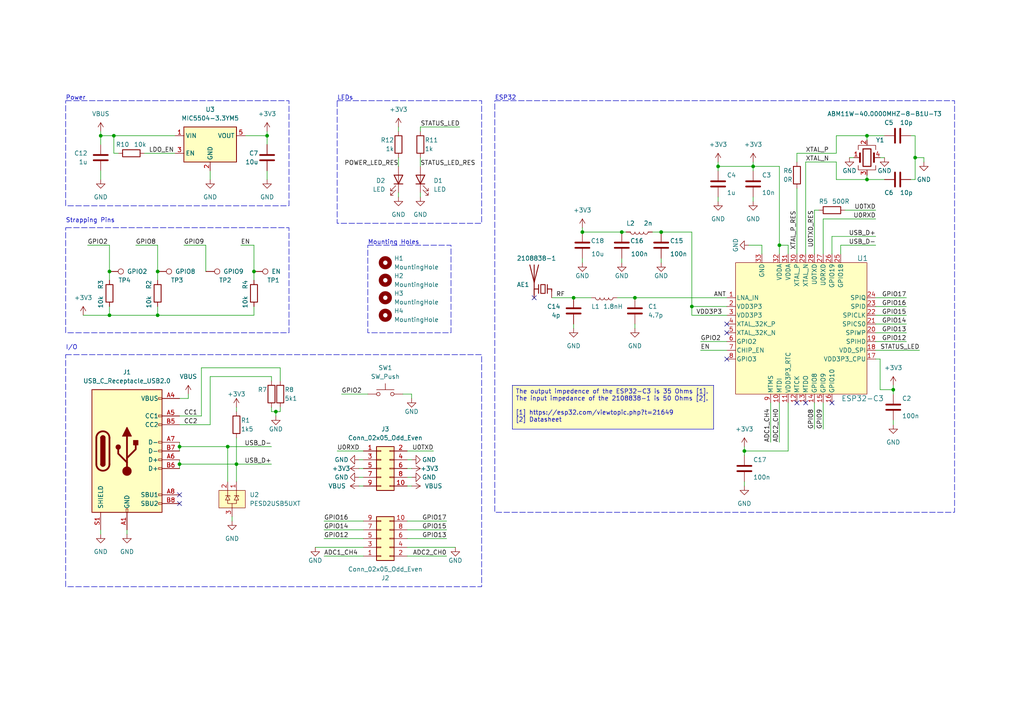
<source format=kicad_sch>
(kicad_sch (version 20230121) (generator eeschema)
  (paper "A4")
  (lib_symbols
    (symbol "Connector:TestPoint" (pin_numbers hide) (pin_names (offset 0.762) hide)
      (property "Reference" "TP" (at 0 6.858 0))
      (property "Value" "TestPoint" (at 0 5.08 0))
      (symbol "TestPoint_0_1"
        (circle (center 0 3.302) (radius 0.762))
      )
      (symbol "TestPoint_1_1"
        (pin passive line (at 0 0 90) (length 2.54) (name "1") (number "1"))
      )
    )
    (symbol "Connector:USB_C_Receptacle_USB2.0" (pin_names (offset 1.016))
      (property "Reference" "J" (at -10.16 19.05 0))
      (property "Value" "USB_C_Receptacle_USB2.0" (at 19.05 19.05 0))
      (symbol "USB_C_Receptacle_USB2.0_0_0"
        (rectangle (start -0.254 -17.78) (end 0.254 -16.764))
        (rectangle (start 10.16 -14.986) (end 9.144 -15.494))
        (rectangle (start 10.16 -12.446) (end 9.144 -12.954))
        (rectangle (start 10.16 -4.826) (end 9.144 -5.334))
        (rectangle (start 10.16 -2.286) (end 9.144 -2.794))
        (rectangle (start 10.16 0.254) (end 9.144 -0.254))
        (rectangle (start 10.16 2.794) (end 9.144 2.286))
        (rectangle (start 10.16 7.874) (end 9.144 7.366))
        (rectangle (start 10.16 10.414) (end 9.144 9.906))
        (rectangle (start 10.16 15.494) (end 9.144 14.986))
      )
      (symbol "USB_C_Receptacle_USB2.0_0_1"
        (rectangle (start -10.16 17.78) (end 10.16 -17.78) (stroke (width 0.254)) (fill (type background)))
        (arc (start -8.89 -3.81) (mid -6.985 -5.7067) (end -5.08 -3.81) (stroke (width 0.508)))
        (arc (start -7.62 -3.81) (mid -6.985 -4.4423) (end -6.35 -3.81) (stroke (width 0.254)))
        (arc (start -7.62 -3.81) (mid -6.985 -4.4423) (end -6.35 -3.81) (stroke (width 0.254)) (fill (type outline)))
        (rectangle (start -7.62 -3.81) (end -6.35 3.81) (stroke (width 0.254)) (fill (type outline)))
        (arc (start -6.35 3.81) (mid -6.985 4.4423) (end -7.62 3.81) (stroke (width 0.254)))
        (arc (start -6.35 3.81) (mid -6.985 4.4423) (end -7.62 3.81) (stroke (width 0.254)) (fill (type outline)))
        (arc (start -5.08 3.81) (mid -6.985 5.7067) (end -8.89 3.81) (stroke (width 0.508)))
        (circle (center -2.54 1.143) (radius 0.635) (stroke (width 0.254)) (fill (type outline)))
        (circle (center 0 -5.842) (radius 1.27) (fill (type outline)))
        (polyline (pts (xy -8.89 -3.81) (xy -8.89 3.81)) (stroke (width 0.508)))
        (polyline (pts (xy -5.08 3.81) (xy -5.08 -3.81)) (stroke (width 0.508)))
        (polyline (pts (xy 0 -5.842) (xy 0 4.318)) (stroke (width 0.508)))
        (polyline (pts (xy 0 -3.302) (xy -2.54 -0.762) (xy -2.54 0.508)) (stroke (width 0.508)))
        (polyline (pts (xy 0 -2.032) (xy 2.54 0.508) (xy 2.54 1.778)) (stroke (width 0.508)))
        (polyline (pts (xy -1.27 4.318) (xy 0 6.858) (xy 1.27 4.318) (xy -1.27 4.318)) (stroke (width 0.254)) (fill (type outline)))
        (rectangle (start 1.905 1.778) (end 3.175 3.048) (stroke (width 0.254)) (fill (type outline)))
      )
      (symbol "USB_C_Receptacle_USB2.0_1_1"
        (pin passive line (at 0 -22.86 90) (length 5.08) (name "GND") (number "A1"))
        (pin passive line (at 0 -22.86 90) (length 5.08) hide (name "GND") (number "A12"))
        (pin passive line (at 15.24 15.24 180) (length 5.08) (name "VBUS") (number "A4"))
        (pin bidirectional line (at 15.24 10.16 180) (length 5.08) (name "CC1") (number "A5"))
        (pin bidirectional line (at 15.24 -2.54 180) (length 5.08) (name "D+") (number "A6"))
        (pin bidirectional line (at 15.24 2.54 180) (length 5.08) (name "D-") (number "A7"))
        (pin bidirectional line (at 15.24 -12.7 180) (length 5.08) (name "SBU1") (number "A8"))
        (pin passive line (at 15.24 15.24 180) (length 5.08) hide (name "VBUS") (number "A9"))
        (pin passive line (at 0 -22.86 90) (length 5.08) hide (name "GND") (number "B1"))
        (pin passive line (at 0 -22.86 90) (length 5.08) hide (name "GND") (number "B12"))
        (pin passive line (at 15.24 15.24 180) (length 5.08) hide (name "VBUS") (number "B4"))
        (pin bidirectional line (at 15.24 7.62 180) (length 5.08) (name "CC2") (number "B5"))
        (pin bidirectional line (at 15.24 -5.08 180) (length 5.08) (name "D+") (number "B6"))
        (pin bidirectional line (at 15.24 0 180) (length 5.08) (name "D-") (number "B7"))
        (pin bidirectional line (at 15.24 -15.24 180) (length 5.08) (name "SBU2") (number "B8"))
        (pin passive line (at 15.24 15.24 180) (length 5.08) hide (name "VBUS") (number "B9"))
        (pin passive line (at -7.62 -22.86 90) (length 5.08) (name "SHIELD") (number "S1"))
      )
    )
    (symbol "Connector_Generic:Conn_02x05_Odd_Even" (pin_names (offset 1.016) hide)
      (property "Reference" "J" (at 1.27 7.62 0))
      (property "Value" "Conn_02x05_Odd_Even" (at 1.27 -7.62 0))
      (symbol "Conn_02x05_Odd_Even_1_1"
        (rectangle (start -1.27 -4.953) (end 0 -5.207) (stroke (width 0.1524)))
        (rectangle (start -1.27 -2.413) (end 0 -2.667) (stroke (width 0.1524)))
        (rectangle (start -1.27 0.127) (end 0 -0.127) (stroke (width 0.1524)))
        (rectangle (start -1.27 2.667) (end 0 2.413) (stroke (width 0.1524)))
        (rectangle (start -1.27 5.207) (end 0 4.953) (stroke (width 0.1524)))
        (rectangle (start -1.27 6.35) (end 3.81 -6.35) (stroke (width 0.254)) (fill (type background)))
        (rectangle (start 3.81 -4.953) (end 2.54 -5.207) (stroke (width 0.1524)))
        (rectangle (start 3.81 -2.413) (end 2.54 -2.667) (stroke (width 0.1524)))
        (rectangle (start 3.81 0.127) (end 2.54 -0.127) (stroke (width 0.1524)))
        (rectangle (start 3.81 2.667) (end 2.54 2.413) (stroke (width 0.1524)))
        (rectangle (start 3.81 5.207) (end 2.54 4.953) (stroke (width 0.1524)))
        (pin passive line (at -5.08 5.08 0) (length 3.81) (name "Pin_1") (number "1"))
        (pin passive line (at 7.62 -5.08 180) (length 3.81) (name "Pin_10") (number "10"))
        (pin passive line (at 7.62 5.08 180) (length 3.81) (name "Pin_2") (number "2"))
        (pin passive line (at -5.08 2.54 0) (length 3.81) (name "Pin_3") (number "3"))
        (pin passive line (at 7.62 2.54 180) (length 3.81) (name "Pin_4") (number "4"))
        (pin passive line (at -5.08 0 0) (length 3.81) (name "Pin_5") (number "5"))
        (pin passive line (at 7.62 0 180) (length 3.81) (name "Pin_6") (number "6"))
        (pin passive line (at -5.08 -2.54 0) (length 3.81) (name "Pin_7") (number "7"))
        (pin passive line (at 7.62 -2.54 180) (length 3.81) (name "Pin_8") (number "8"))
        (pin passive line (at -5.08 -5.08 0) (length 3.81) (name "Pin_9") (number "9"))
      )
    )
    (symbol "Device:Antenna_Chip" (pin_numbers hide) (pin_names (offset 1.016) hide)
      (property "Reference" "AE" (at 0 5.08 0))
      (property "Value" "Antenna_Chip" (at 0 3.175 0))
      (symbol "Antenna_Chip_0_1"
        (polyline (pts (xy -2.54 0) (xy -2.54 -0.635)) (stroke (width 0.254)))
        (polyline (pts (xy -2.54 0) (xy -1.27 0)) (stroke (width 0.254)))
        (polyline (pts (xy 1.27 0) (xy 2.54 0)) (stroke (width 0.254)))
        (polyline (pts (xy 1.27 1.27) (xy 1.27 -1.27)) (stroke (width 0.254)))
        (polyline (pts (xy 2.54 -0.635) (xy 2.54 0)))
        (polyline (pts (xy 2.54 6.985) (xy 2.54 -1.905)) (stroke (width 0.254)))
        (polyline (pts (xy -1.27 1.27) (xy -1.27 -1.27) (xy -1.27 0)) (stroke (width 0.254)))
        (polyline (pts (xy 3.81 6.985) (xy 2.54 1.905) (xy 1.27 6.985)) (stroke (width 0.254)))
        (polyline (pts (xy -0.635 1.27) (xy 0.635 1.27) (xy 0.635 -1.27) (xy -0.635 -1.27) (xy -0.635 1.27)) (stroke (width 0.254)))
      )
      (symbol "Antenna_Chip_1_1"
        (pin input line (at -2.54 -2.54 90) (length 2.54) (name "FEED") (number "1"))
        (pin passive line (at 2.54 -2.54 90) (length 2.54) (name "PCB_Trace") (number "2"))
      )
    )
    (symbol "Device:C" (pin_numbers hide) (pin_names (offset 0.254))
      (property "Reference" "C" (at 0.635 2.54 0))
      (property "Value" "C" (at 0.635 -2.54 0))
      (symbol "C_0_1"
        (polyline (pts (xy -2.032 -0.762) (xy 2.032 -0.762)) (stroke (width 0.508)))
        (polyline (pts (xy -2.032 0.762) (xy 2.032 0.762)) (stroke (width 0.508)))
      )
      (symbol "C_1_1"
        (pin passive line (at 0 3.81 270) (length 2.794) (name "~") (number "1"))
        (pin passive line (at 0 -3.81 90) (length 2.794) (name "~") (number "2"))
      )
    )
    (symbol "Device:Crystal_GND23" (pin_names (offset 1.016) hide)
      (property "Reference" "Y" (at 3.175 5.08 0))
      (property "Value" "Crystal_GND23" (at 3.175 3.175 0))
      (symbol "Crystal_GND23_0_1"
        (rectangle (start -1.143 2.54) (end 1.143 -2.54) (stroke (width 0.3048)))
        (polyline (pts (xy -2.54 0) (xy -2.032 0)))
        (polyline (pts (xy -2.032 -1.27) (xy -2.032 1.27)) (stroke (width 0.508)))
        (polyline (pts (xy 0 -3.81) (xy 0 -3.556)))
        (polyline (pts (xy 0 3.556) (xy 0 3.81)))
        (polyline (pts (xy 2.032 -1.27) (xy 2.032 1.27)) (stroke (width 0.508)))
        (polyline (pts (xy 2.032 0) (xy 2.54 0)))
        (polyline (pts (xy -2.54 -2.286) (xy -2.54 -3.556) (xy 2.54 -3.556) (xy 2.54 -2.286)))
        (polyline (pts (xy -2.54 2.286) (xy -2.54 3.556) (xy 2.54 3.556) (xy 2.54 2.286)))
      )
      (symbol "Crystal_GND23_1_1"
        (pin passive line (at -3.81 0 0) (length 1.27) (name "1") (number "1"))
        (pin passive line (at 0 5.08 270) (length 1.27) (name "2") (number "2"))
        (pin passive line (at 0 -5.08 90) (length 1.27) (name "3") (number "3"))
        (pin passive line (at 3.81 0 180) (length 1.27) (name "4") (number "4"))
      )
    )
    (symbol "Device:L" (pin_numbers hide) (pin_names (offset 1.016) hide)
      (property "Reference" "L" (at -1.27 0 90))
      (property "Value" "L" (at 1.905 0 90))
      (symbol "L_0_1"
        (arc (start 0 -2.54) (mid 0.6323 -1.905) (end 0 -1.27))
        (arc (start 0 -1.27) (mid 0.6323 -0.635) (end 0 0))
        (arc (start 0 0) (mid 0.6323 0.635) (end 0 1.27))
        (arc (start 0 1.27) (mid 0.6323 1.905) (end 0 2.54))
      )
      (symbol "L_1_1"
        (pin passive line (at 0 3.81 270) (length 1.27) (name "1") (number "1"))
        (pin passive line (at 0 -3.81 90) (length 1.27) (name "2") (number "2"))
      )
    )
    (symbol "Device:LED" (pin_numbers hide) (pin_names (offset 1.016) hide)
      (property "Reference" "D" (at 0 2.54 0))
      (property "Value" "LED" (at 0 -2.54 0))
      (symbol "LED_0_1"
        (polyline (pts (xy -1.27 -1.27) (xy -1.27 1.27)) (stroke (width 0.254)))
        (polyline (pts (xy -1.27 0) (xy 1.27 0)))
        (polyline (pts (xy 1.27 -1.27) (xy 1.27 1.27) (xy -1.27 0) (xy 1.27 -1.27)) (stroke (width 0.254)))
        (polyline (pts (xy -3.048 -0.762) (xy -4.572 -2.286) (xy -3.81 -2.286) (xy -4.572 -2.286) (xy -4.572 -1.524)))
        (polyline (pts (xy -1.778 -0.762) (xy -3.302 -2.286) (xy -2.54 -2.286) (xy -3.302 -2.286) (xy -3.302 -1.524)))
      )
      (symbol "LED_1_1"
        (pin passive line (at -3.81 0 0) (length 2.54) (name "K") (number "1"))
        (pin passive line (at 3.81 0 180) (length 2.54) (name "A") (number "2"))
      )
    )
    (symbol "Device:R" (pin_numbers hide) (pin_names (offset 0))
      (property "Reference" "R" (at 2.032 0 90))
      (property "Value" "R" (at 0 0 90))
      (symbol "R_0_1"
        (rectangle (start -1.016 -2.54) (end 1.016 2.54) (stroke (width 0.254)))
      )
      (symbol "R_1_1"
        (pin passive line (at 0 3.81 270) (length 1.27) (name "~") (number "1"))
        (pin passive line (at 0 -3.81 90) (length 1.27) (name "~") (number "2"))
      )
    )
    (symbol "Mechanical:MountingHole" (pin_names (offset 1.016))
      (property "Reference" "H" (at 0 5.08 0))
      (property "Value" "MountingHole" (at 0 3.175 0))
      (symbol "MountingHole_0_1"
        (circle (center 0 0) (radius 1.27) (stroke (width 1.27)))
      )
    )
    (symbol "Regulator_Linear:MIC5504-3.3YM5"
      (property "Reference" "U" (at -7.62 8.89 0))
      (property "Value" "MIC5504-3.3YM5" (at -7.62 6.35 0))
      (symbol "MIC5504-3.3YM5_0_1"
        (rectangle (start -7.62 -5.08) (end 7.62 5.08) (stroke (width 0.254)) (fill (type background)))
      )
      (symbol "MIC5504-3.3YM5_1_1"
        (pin power_in line (at -10.16 2.54 0) (length 2.54) (name "VIN") (number "1"))
        (pin power_in line (at 0 -7.62 90) (length 2.54) (name "GND") (number "2"))
        (pin input line (at -10.16 -2.54 0) (length 2.54) (name "EN") (number "3"))
        (pin no_connect line (at 7.62 -2.54 180) (length 2.54) hide (name "NC") (number "4"))
        (pin power_out line (at 10.16 2.54 180) (length 2.54) (name "VOUT") (number "5"))
      )
    )
    (symbol "Switch:SW_Push" (pin_numbers hide) (pin_names (offset 1.016) hide)
      (property "Reference" "SW" (at 1.27 2.54 0))
      (property "Value" "SW_Push" (at 0 -1.524 0))
      (symbol "SW_Push_0_1"
        (circle (center -2.032 0) (radius 0.508))
        (polyline (pts (xy 0 1.27) (xy 0 3.048)))
        (polyline (pts (xy 2.54 1.27) (xy -2.54 1.27)))
        (circle (center 2.032 0) (radius 0.508))
        (pin passive line (at -5.08 0 0) (length 2.54) (name "1") (number "1"))
        (pin passive line (at 5.08 0 180) (length 2.54) (name "2") (number "2"))
      )
    )
    (symbol "encyclopedia_galactica:ESP32-C3" (pin_names (offset 0.254))
      (property "Reference" "U" (at 0 43.18 0))
      (property "Value" "ESP32-C3" (at 0 40.64 0))
      (symbol "ESP32-C3_0_1"
        (pin bidirectional line (at -21.59 8.89 0) (length 2.54) (name "LNA_IN") (number "1"))
        (pin bidirectional line (at -6.35 -21.59 90) (length 2.54) (name "MTDI") (number "10"))
        (pin power_in line (at -3.81 -21.59 90) (length 2.54) (name "VDD3P3_RTC") (number "11"))
        (pin bidirectional line (at -1.27 -21.59 90) (length 2.54) (name "MTCK") (number "12"))
        (pin bidirectional line (at 1.27 -21.59 90) (length 2.54) (name "MTDO") (number "13"))
        (pin bidirectional line (at 3.81 -21.59 90) (length 2.54) (name "GPIO8") (number "14"))
        (pin bidirectional line (at 6.35 -21.59 90) (length 2.54) (name "GPIO9") (number "15"))
        (pin bidirectional line (at 8.89 -21.59 90) (length 2.54) (name "GPIO10") (number "16"))
        (pin power_in line (at 21.59 -8.89 180) (length 2.54) (name "VDD3P3_CPU") (number "17"))
        (pin power_in line (at 21.59 -6.35 180) (length 2.54) (name "VDD_SPI") (number "18"))
        (pin bidirectional line (at 21.59 -3.81 180) (length 2.54) (name "SPIHD") (number "19"))
        (pin power_in line (at -21.59 6.35 0) (length 2.54) (name "VDD3P3") (number "2"))
        (pin bidirectional line (at 21.59 -1.27 180) (length 2.54) (name "SPIWP") (number "20"))
        (pin bidirectional line (at 21.59 1.27 180) (length 2.54) (name "SPICS0") (number "21"))
        (pin bidirectional line (at 21.59 3.81 180) (length 2.54) (name "SPICLK") (number "22"))
        (pin bidirectional line (at 21.59 6.35 180) (length 2.54) (name "SPID") (number "23"))
        (pin bidirectional line (at 21.59 8.89 180) (length 2.54) (name "SPIQ") (number "24"))
        (pin bidirectional line (at 11.43 21.59 270) (length 2.54) (name "GPIO18") (number "25"))
        (pin bidirectional line (at 8.89 21.59 270) (length 2.54) (name "GPIO19") (number "26"))
        (pin bidirectional line (at 6.35 21.59 270) (length 2.54) (name "U0RXD") (number "27"))
        (pin bidirectional line (at 3.81 21.59 270) (length 2.54) (name "U0TXD") (number "28"))
        (pin output line (at 1.27 21.59 270) (length 2.54) (name "XTAL_N") (number "29"))
        (pin power_in line (at -21.59 3.81 0) (length 2.54) (name "VDD3P3") (number "3"))
        (pin input line (at -1.27 21.59 270) (length 2.54) (name "XTAL_P") (number "30"))
        (pin power_in line (at -3.81 21.59 270) (length 2.54) (name "VDDA") (number "31"))
        (pin power_in line (at -6.35 21.59 270) (length 2.54) (name "VDDA") (number "32"))
        (pin power_out line (at -11.43 21.59 270) (length 2.54) (name "GND") (number "33"))
        (pin bidirectional line (at -21.59 1.27 0) (length 2.54) (name "XTAL_32K_P") (number "4"))
        (pin bidirectional line (at -21.59 -1.27 0) (length 2.54) (name "XTAL_32K_N") (number "5"))
        (pin bidirectional line (at -21.59 -3.81 0) (length 2.54) (name "GPIO2") (number "6"))
        (pin input line (at -21.59 -6.35 0) (length 2.54) (name "CHIP_EN") (number "7"))
        (pin bidirectional line (at -21.59 -8.89 0) (length 2.54) (name "GPIO3") (number "8"))
        (pin bidirectional line (at -8.89 -21.59 90) (length 2.54) (name "MTMS") (number "9"))
      )
      (symbol "ESP32-C3_1_1"
        (rectangle (start -19.05 19.05) (end 19.05 -19.05) (fill (type background)))
      )
    )
    (symbol "encyclopedia_galactica:PESD2USB5UXT"
      (property "Reference" "U" (at 0 24.13 0))
      (property "Value" "PESD2USB5UXT" (at 0 21.59 0))
      (symbol "PESD2USB5UXT_1_1"
        (rectangle (start -3.81 2.54) (end 3.81 -2.54) (fill (type background)))
        (polyline (pts (xy -1.905 1.016) (xy -0.635 1.016)))
        (polyline (pts (xy -1.27 1.016) (xy -1.27 2.54)))
        (polyline (pts (xy -0.635 1.016) (xy -0.635 0.762)))
        (polyline (pts (xy 0 -1.27) (xy 0 -2.54)))
        (polyline (pts (xy 0.635 1.016) (xy 1.905 1.016)))
        (polyline (pts (xy 1.27 1.016) (xy 1.27 2.54)))
        (polyline (pts (xy 1.905 1.016) (xy 1.905 0.762)))
        (polyline (pts (xy -1.905 -0.254) (xy -1.27 1.016) (xy -0.635 -0.254) (xy -1.905 -0.254)))
        (polyline (pts (xy -1.27 -0.254) (xy -1.27 -1.27) (xy 1.27 -1.27) (xy 1.27 -0.254)))
        (polyline (pts (xy 0.635 -0.254) (xy 1.27 1.016) (xy 1.905 -0.254) (xy 0.635 -0.254)))
        (pin open_collector line (at 1.27 5.08 270) (length 2.54) (name "") (number "1"))
        (pin open_collector line (at -1.27 5.08 270) (length 2.54) (name "") (number "2"))
        (pin power_out line (at 0 -5.08 90) (length 2.54) (name "") (number "3"))
      )
    )
    (symbol "power:+3V3" (power) (pin_names (offset 0))
      (property "Value" "+3V3" (at 0 3.556 0))
      (symbol "+3V3_0_1"
        (polyline (pts (xy -0.762 1.27) (xy 0 2.54)))
        (polyline (pts (xy 0 0) (xy 0 2.54)))
        (polyline (pts (xy 0 2.54) (xy 0.762 1.27)))
      )
      (symbol "+3V3_1_1"
        (pin power_in line (at 0 0 90) (length 0) hide (name "+3V3") (number "1"))
      )
    )
    (symbol "power:GND" (power) (pin_names (offset 0))
      (property "Value" "GND" (at 0 -3.81 0))
      (symbol "GND_0_1"
        (polyline (pts (xy 0 0) (xy 0 -1.27) (xy 1.27 -1.27) (xy 0 -2.54) (xy -1.27 -1.27) (xy 0 -1.27)))
      )
      (symbol "GND_1_1"
        (pin power_in line (at 0 0 270) (length 0) hide (name "GND") (number "1"))
      )
    )
    (symbol "power:VBUS" (power) (pin_names (offset 0))
      (property "Value" "VBUS" (at 0 3.81 0))
      (symbol "VBUS_0_1"
        (polyline (pts (xy -0.762 1.27) (xy 0 2.54)))
        (polyline (pts (xy 0 0) (xy 0 2.54)))
        (polyline (pts (xy 0 2.54) (xy 0.762 1.27)))
      )
      (symbol "VBUS_1_1"
        (pin power_in line (at 0 0 90) (length 0) hide (name "VBUS") (number "1"))
      )
    )
  )
  (junction (at 29.21 39.37))
  (junction (at 184.15 86.36))
  (junction (at 226.06 71.12))
  (junction (at 168.91 67.31))
  (junction (at 45.72 78.74))
  (junction (at 31.75 91.44))
  (junction (at 77.47 39.37))
  (junction (at 208.28 48.26))
  (junction (at 68.58 134.62))
  (junction (at 180.34 67.31))
  (junction (at 66.04 129.54))
  (junction (at 52.07 134.62))
  (junction (at 215.9 130.81))
  (junction (at 218.44 48.26))
  (junction (at 52.07 129.54))
  (junction (at 33.02 39.37))
  (junction (at 80.01 119.38))
  (junction (at 31.75 78.74))
  (junction (at 73.66 78.74))
  (junction (at 191.77 67.31))
  (junction (at 259.08 113.03))
  (junction (at 265.43 45.72))
  (junction (at 45.72 91.44))
  (junction (at 251.46 39.37))
  (junction (at 200.66 88.9))
  (junction (at 166.37 86.36))
  (junction (at 251.46 52.07))
  (no_connect (at 241.3 116.84))
  (no_connect (at 210.82 104.14))
  (no_connect (at 210.82 93.98))
  (no_connect (at 52.07 143.51))
  (no_connect (at 231.14 116.84))
  (no_connect (at 52.07 146.05))
  (no_connect (at 233.68 116.84))
  (no_connect (at 210.82 96.52))
  (no_connect (at 154.94 86.36))
  (wire (pts (xy 52.07 134.62) (xy 68.58 134.62)))
  (wire (pts (xy 52.07 133.35) (xy 52.07 134.62)))
  (wire (pts (xy 25.4 71.12) (xy 31.75 71.12)))
  (wire (pts (xy 33.02 39.37) (xy 50.8 39.37)))
  (wire (pts (xy 254 86.36) (xy 262.89 86.36)))
  (wire (pts (xy 121.92 55.88) (xy 121.92 57.15)))
  (wire (pts (xy 236.22 60.96) (xy 236.22 73.66)))
  (wire (pts (xy 203.2 99.06) (xy 210.82 99.06)))
  (wire (pts (xy 267.97 45.72) (xy 265.43 45.72)))
  (wire (pts (xy 125.73 130.81) (xy 118.11 130.81)))
  (wire (pts (xy 218.44 57.15) (xy 218.44 58.42)))
  (wire (pts (xy 254 91.44) (xy 262.89 91.44)))
  (wire (pts (xy 168.91 67.31) (xy 180.34 67.31)))
  (wire (pts (xy 116.84 114.3) (xy 119.38 114.3)))
  (wire (pts (xy 231.14 44.45) (xy 242.57 44.45)))
  (wire (pts (xy 254 88.9) (xy 262.89 88.9)))
  (wire (pts (xy 31.75 81.28) (xy 31.75 78.74)))
  (wire (pts (xy 254 63.5) (xy 238.76 63.5)))
  (wire (pts (xy 226.06 48.26) (xy 226.06 71.12)))
  (wire (pts (xy 251.46 39.37) (xy 251.46 40.64)))
  (wire (pts (xy 255.27 113.03) (xy 255.27 104.14)))
  (wire (pts (xy 242.57 52.07) (xy 242.57 46.99)))
  (wire (pts (xy 241.3 68.58) (xy 241.3 73.66)))
  (wire (pts (xy 118.11 153.67) (xy 129.54 153.67)))
  (wire (pts (xy 133.35 36.83) (xy 121.92 36.83)))
  (wire (pts (xy 36.83 153.67) (xy 36.83 154.94)))
  (wire (pts (xy 29.21 39.37) (xy 33.02 39.37)))
  (wire (pts (xy 54.61 115.57) (xy 54.61 114.3)))
  (wire (pts (xy 52.07 120.65) (xy 58.42 120.65)))
  (wire (pts (xy 247.65 45.72) (xy 246.38 45.72)))
  (wire (pts (xy 180.34 74.93) (xy 180.34 76.2)))
  (wire (pts (xy 233.68 46.99) (xy 233.68 73.66)))
  (wire (pts (xy 97.79 130.81) (xy 105.41 130.81)))
  (wire (pts (xy 81.28 118.11) (xy 81.28 119.38)))
  (wire (pts (xy 104.14 135.89) (xy 105.41 135.89)))
  (wire (pts (xy 66.04 129.54) (xy 78.74 129.54)))
  (wire (pts (xy 184.15 86.36) (xy 210.82 86.36)))
  (wire (pts (xy 78.74 109.22) (xy 78.74 110.49)))
  (wire (pts (xy 215.9 130.81) (xy 215.9 129.54)))
  (wire (pts (xy 118.11 156.21) (xy 129.54 156.21)))
  (wire (pts (xy 73.66 71.12) (xy 73.66 78.74)))
  (wire (pts (xy 29.21 153.67) (xy 29.21 154.94)))
  (wire (pts (xy 259.08 111.76) (xy 259.08 113.03)))
  (wire (pts (xy 118.11 161.29) (xy 129.54 161.29)))
  (wire (pts (xy 168.91 74.93) (xy 168.91 76.2)))
  (wire (pts (xy 243.84 71.12) (xy 254 71.12)))
  (wire (pts (xy 68.58 118.11) (xy 68.58 119.38)))
  (wire (pts (xy 68.58 134.62) (xy 78.74 134.62)))
  (wire (pts (xy 115.57 36.83) (xy 115.57 38.1)))
  (wire (pts (xy 41.91 44.45) (xy 50.8 44.45)))
  (wire (pts (xy 226.06 116.84) (xy 226.06 128.27)))
  (wire (pts (xy 255.27 113.03) (xy 259.08 113.03)))
  (wire (pts (xy 208.28 46.99) (xy 208.28 48.26)))
  (wire (pts (xy 226.06 71.12) (xy 228.6 71.12)))
  (wire (pts (xy 242.57 39.37) (xy 242.57 44.45)))
  (wire (pts (xy 233.68 46.99) (xy 242.57 46.99)))
  (wire (pts (xy 191.77 74.93) (xy 191.77 76.2)))
  (wire (pts (xy 104.14 140.97) (xy 105.41 140.97)))
  (wire (pts (xy 166.37 86.36) (xy 171.45 86.36)))
  (wire (pts (xy 256.54 52.07) (xy 251.46 52.07)))
  (wire (pts (xy 119.38 114.3) (xy 119.38 115.57)))
  (wire (pts (xy 73.66 91.44) (xy 73.66 88.9)))
  (wire (pts (xy 264.16 52.07) (xy 265.43 52.07)))
  (wire (pts (xy 203.2 101.6) (xy 210.82 101.6)))
  (wire (pts (xy 93.98 151.13) (xy 105.41 151.13)))
  (wire (pts (xy 118.11 140.97) (xy 119.38 140.97)))
  (wire (pts (xy 31.75 71.12) (xy 31.75 78.74)))
  (wire (pts (xy 52.07 129.54) (xy 66.04 129.54)))
  (wire (pts (xy 91.44 158.75) (xy 105.41 158.75)))
  (wire (pts (xy 34.29 44.45) (xy 33.02 44.45)))
  (wire (pts (xy 231.14 54.61) (xy 231.14 73.66)))
  (wire (pts (xy 259.08 121.92) (xy 259.08 123.19)))
  (wire (pts (xy 99.06 114.3) (xy 106.68 114.3)))
  (wire (pts (xy 200.66 67.31) (xy 191.77 67.31)))
  (wire (pts (xy 243.84 71.12) (xy 243.84 73.66)))
  (wire (pts (xy 265.43 39.37) (xy 264.16 39.37)))
  (wire (pts (xy 81.28 106.68) (xy 81.28 110.49)))
  (wire (pts (xy 71.12 39.37) (xy 77.47 39.37)))
  (wire (pts (xy 68.58 134.62) (xy 68.58 139.7)))
  (wire (pts (xy 231.14 44.45) (xy 231.14 46.99)))
  (wire (pts (xy 104.14 138.43) (xy 105.41 138.43)))
  (wire (pts (xy 121.92 45.72) (xy 121.92 48.26)))
  (wire (pts (xy 52.07 128.27) (xy 52.07 129.54)))
  (wire (pts (xy 80.01 119.38) (xy 80.01 120.65)))
  (wire (pts (xy 251.46 52.07) (xy 251.46 50.8)))
  (wire (pts (xy 223.52 116.84) (xy 223.52 128.27)))
  (wire (pts (xy 39.37 71.12) (xy 45.72 71.12)))
  (wire (pts (xy 115.57 45.72) (xy 115.57 48.26)))
  (wire (pts (xy 45.72 91.44) (xy 45.72 88.9)))
  (wire (pts (xy 208.28 48.26) (xy 218.44 48.26)))
  (wire (pts (xy 132.08 158.75) (xy 118.11 158.75)))
  (wire (pts (xy 189.23 67.31) (xy 191.77 67.31)))
  (wire (pts (xy 77.47 49.53) (xy 77.47 52.07)))
  (wire (pts (xy 238.76 116.84) (xy 238.76 124.46)))
  (wire (pts (xy 58.42 120.65) (xy 58.42 106.68)))
  (wire (pts (xy 215.9 130.81) (xy 228.6 130.81)))
  (wire (pts (xy 118.11 133.35) (xy 119.38 133.35)))
  (wire (pts (xy 254 96.52) (xy 262.89 96.52)))
  (wire (pts (xy 215.9 139.7) (xy 215.9 140.97)))
  (wire (pts (xy 58.42 106.68) (xy 81.28 106.68)))
  (wire (pts (xy 179.07 86.36) (xy 184.15 86.36)))
  (wire (pts (xy 77.47 38.1) (xy 77.47 39.37)))
  (wire (pts (xy 184.15 93.98) (xy 184.15 95.25)))
  (wire (pts (xy 118.11 135.89) (xy 119.38 135.89)))
  (wire (pts (xy 45.72 78.74) (xy 45.72 81.28)))
  (wire (pts (xy 255.27 104.14) (xy 254 104.14)))
  (wire (pts (xy 45.72 91.44) (xy 73.66 91.44)))
  (wire (pts (xy 245.11 60.96) (xy 254 60.96)))
  (wire (pts (xy 259.08 113.03) (xy 259.08 114.3)))
  (wire (pts (xy 236.22 116.84) (xy 236.22 124.46)))
  (wire (pts (xy 93.98 153.67) (xy 105.41 153.67)))
  (wire (pts (xy 53.34 71.12) (xy 59.69 71.12)))
  (wire (pts (xy 68.58 127) (xy 68.58 134.62)))
  (wire (pts (xy 118.11 151.13) (xy 129.54 151.13)))
  (wire (pts (xy 218.44 48.26) (xy 226.06 48.26)))
  (wire (pts (xy 77.47 41.91) (xy 77.47 39.37)))
  (wire (pts (xy 104.14 133.35) (xy 105.41 133.35)))
  (wire (pts (xy 265.43 52.07) (xy 265.43 45.72)))
  (wire (pts (xy 200.66 91.44) (xy 200.66 88.9)))
  (wire (pts (xy 31.75 91.44) (xy 45.72 91.44)))
  (wire (pts (xy 52.07 123.19) (xy 60.96 123.19)))
  (wire (pts (xy 180.34 67.31) (xy 181.61 67.31)))
  (wire (pts (xy 78.74 118.11) (xy 78.74 119.38)))
  (wire (pts (xy 29.21 38.1) (xy 29.21 39.37)))
  (wire (pts (xy 254 68.58) (xy 241.3 68.58)))
  (wire (pts (xy 166.37 93.98) (xy 166.37 95.25)))
  (wire (pts (xy 254 93.98) (xy 262.89 93.98)))
  (wire (pts (xy 265.43 45.72) (xy 265.43 39.37)))
  (wire (pts (xy 52.07 115.57) (xy 54.61 115.57)))
  (wire (pts (xy 218.44 46.99) (xy 218.44 48.26)))
  (wire (pts (xy 24.13 91.44) (xy 31.75 91.44)))
  (wire (pts (xy 228.6 71.12) (xy 228.6 73.66)))
  (wire (pts (xy 60.96 49.53) (xy 60.96 52.07)))
  (wire (pts (xy 242.57 52.07) (xy 251.46 52.07)))
  (wire (pts (xy 208.28 57.15) (xy 208.28 58.42)))
  (wire (pts (xy 31.75 91.44) (xy 31.75 88.9)))
  (wire (pts (xy 226.06 71.12) (xy 226.06 73.66)))
  (wire (pts (xy 215.9 132.08) (xy 215.9 130.81)))
  (wire (pts (xy 80.01 119.38) (xy 81.28 119.38)))
  (wire (pts (xy 218.44 48.26) (xy 218.44 49.53)))
  (wire (pts (xy 251.46 39.37) (xy 242.57 39.37)))
  (wire (pts (xy 67.31 149.86) (xy 67.31 151.13)))
  (wire (pts (xy 267.97 46.99) (xy 267.97 45.72)))
  (wire (pts (xy 93.98 156.21) (xy 105.41 156.21)))
  (wire (pts (xy 256.54 39.37) (xy 251.46 39.37)))
  (wire (pts (xy 254 99.06) (xy 262.89 99.06)))
  (wire (pts (xy 73.66 81.28) (xy 73.66 78.74)))
  (wire (pts (xy 45.72 71.12) (xy 45.72 78.74)))
  (wire (pts (xy 52.07 129.54) (xy 52.07 130.81)))
  (wire (pts (xy 78.74 119.38) (xy 80.01 119.38)))
  (wire (pts (xy 52.07 134.62) (xy 52.07 135.89)))
  (wire (pts (xy 200.66 88.9) (xy 200.66 67.31)))
  (wire (pts (xy 118.11 138.43) (xy 119.38 138.43)))
  (wire (pts (xy 160.02 86.36) (xy 166.37 86.36)))
  (wire (pts (xy 254 101.6) (xy 266.7 101.6)))
  (wire (pts (xy 66.04 129.54) (xy 66.04 139.7)))
  (wire (pts (xy 29.21 39.37) (xy 29.21 41.91)))
  (wire (pts (xy 60.96 123.19) (xy 60.96 109.22)))
  (wire (pts (xy 238.76 63.5) (xy 238.76 73.66)))
  (wire (pts (xy 59.69 71.12) (xy 59.69 78.74)))
  (wire (pts (xy 93.98 161.29) (xy 105.41 161.29)))
  (wire (pts (xy 256.54 45.72) (xy 255.27 45.72)))
  (wire (pts (xy 29.21 49.53) (xy 29.21 52.07)))
  (wire (pts (xy 69.85 71.12) (xy 73.66 71.12)))
  (wire (pts (xy 60.96 109.22) (xy 78.74 109.22)))
  (wire (pts (xy 200.66 88.9) (xy 210.82 88.9)))
  (wire (pts (xy 236.22 60.96) (xy 237.49 60.96)))
  (wire (pts (xy 121.92 36.83) (xy 121.92 38.1)))
  (wire (pts (xy 210.82 91.44) (xy 200.66 91.44)))
  (wire (pts (xy 220.98 71.12) (xy 220.98 73.66)))
  (wire (pts (xy 168.91 66.04) (xy 168.91 67.31)))
  (wire (pts (xy 33.02 44.45) (xy 33.02 39.37)))
  (wire (pts (xy 115.57 55.88) (xy 115.57 57.15)))
  (wire (pts (xy 208.28 48.26) (xy 208.28 49.53)))
  (wire (pts (xy 228.6 116.84) (xy 228.6 130.81)))
  (wire (pts (xy 217.17 71.12) (xy 220.98 71.12)))
  (rectangle (start 19.05 29.21) (end 83.82 59.69) (stroke (width 0) (type dash)))
  (rectangle (start 106.68 71.12) (end 130.81 96.52) (stroke (width 0) (type dash)))
  (rectangle (start 83.82 66.04) (end 19.05 96.52) (stroke (width 0) (type dash)))
  (rectangle (start 19.05 102.87) (end 139.7 170.18) (stroke (width 0) (type dash)))
  (rectangle (start 97.79 29.21) (end 139.7 64.77) (stroke (width 0) (type dash)))
  (rectangle (start 143.51 29.21) (end 276.86 148.59) (stroke (width 0) (type dash)))
  (text_box "The output impedence of the ESP32-C3 is 35 Ohms [1].\nThe input impedance of the 2108838-1 is 50 Ohms [2].\n\n[1] https://esp32.com/viewtopic.php?t=21649\n[2] Datasheet" (at 148.59 111.76 0) (size 58.42 12.7) (fill (type color) (color 255 255 194 1)) (effects (font (size 1.27 1.27)) (justify left top)))
  (text "ESP32" (at 143.51 29.21 0) (effects (font (size 1.27 1.27)) (justify left bottom)))
  (text "I/O" (at 19.05 101.6 0) (effects (font (size 1.27 1.27)) (justify left bottom)))
  (text "Mounting Holes" (at 106.68 71.12 0) (effects (font (size 1.27 1.27)) (justify left bottom)))
  (text "Power" (at 19.05 29.21 0) (effects (font (size 1.27 1.27)) (justify left bottom)))
  (text "Strapping Pins" (at 19.05 64.77 0) (effects (font (size 1.27 1.27)) (justify left bottom)))
  (text "LEDs" (at 97.79 29.21 0) (effects (font (size 1.27 1.27)) (justify left bottom)))
  (label "ADC1_CH4" (at 223.52 128.27 90))
  (label "U0RXD" (at 97.79 130.81 0))
  (label "GPIO2" (at 99.06 114.3 0))
  (label "GPIO12" (at 93.98 156.21 0))
  (label "EN" (at 203.2 101.6 0))
  (label "USB_D+" (at 78.74 134.62 180))
  (label "GPIO16" (at 93.98 151.13 0))
  (label "GPIO13" (at 129.54 156.21 180))
  (label "ADC1_CH4" (at 93.98 161.29 0))
  (label "USB_D+" (at 254 68.58 180))
  (label "GPIO2" (at 25.4 71.12 0))
  (label "LDO_EN" (at 43.18 44.45 0))
  (label "GPIO14" (at 262.89 93.98 180))
  (label "GPIO9" (at 238.76 124.46 90))
  (label "STATUS_LED" (at 266.7 101.6 180))
  (label "GPIO17" (at 262.89 86.36 180))
  (label "GPIO14" (at 93.98 153.67 0))
  (label "U0TXD" (at 125.73 130.81 180))
  (label "ADC2_CH0" (at 226.06 128.27 90))
  (label "STATUS_LED_RES" (at 121.92 48.26 0))
  (label "U0RXD" (at 254 63.5 180))
  (label "VDD3P3" (at 201.93 91.44 0))
  (label "ANT" (at 207.01 86.36 0))
  (label "CC1" (at 53.34 120.65 0))
  (label "USB_D-" (at 254 71.12 180))
  (label "GPIO12" (at 262.89 99.06 180))
  (label "XTAL_P" (at 233.68 44.45 0))
  (label "U0TXD" (at 254 60.96 180))
  (label "GPIO9" (at 53.34 71.12 0))
  (label "USB_D-" (at 78.74 129.54 180))
  (label "XTAL_P_RES" (at 231.14 72.39 90))
  (label "GPIO15" (at 129.54 153.67 180))
  (label "XTAL_N" (at 233.68 46.99 0))
  (label "GPIO16" (at 262.89 88.9 180))
  (label "RF" (at 161.29 86.36 0))
  (label "U0TXD_RES" (at 236.22 60.96 270))
  (label "EN" (at 69.85 71.12 0))
  (label "GPIO8" (at 39.37 71.12 0))
  (label "GPIO13" (at 262.89 96.52 180))
  (label "GPIO17" (at 129.54 151.13 180))
  (label "GPIO2" (at 203.2 99.06 0))
  (label "ADC2_CH0" (at 129.54 161.29 180))
  (label "STATUS_LED" (at 133.35 36.83 180))
  (label "CC2" (at 53.34 123.19 0))
  (label "POWER_LED_RES" (at 115.57 48.26 180))
  (label "GPIO15" (at 262.89 91.44 180))
  (label "GPIO8" (at 236.22 124.46 90))
  (symbol (lib_id "power:GND") (at 246.38 45.72 0) (mirror y) (unit 1)
    (property "Reference" "#PWR03" (effects hide))
    (property "Value" "GND" (at 246.38 49.53 0))
  )
  (symbol (lib_id "Connector:USB_C_Receptacle_USB2.0") (at 36.83 130.81 0) (unit 1)
    (property "Reference" "J1" (at 36.83 107.95 0))
    (property "Value" "USB_C_Receptacle_USB2.0" (at 36.83 110.49 0))
    (property "Footprint" "Connector_USB:USB_C_Receptacle_GCT_USB4105-xx-A_16P_TopMnt_Horizontal" (effects hide))
    (property "Datasheet" "https://www.usb.org/sites/default/files/documents/usb_type-c.zip" (effects hide))
  )
  (symbol (lib_id "Device:LED") (at 115.57 52.07 270) (mirror x) (unit 1)
    (property "Reference" "D2" (at 111.76 52.3875 90) (effects (justify right)))
    (property "Value" "LED" (at 111.76 54.9275 90) (effects (justify right)))
    (property "Footprint" "LED_SMD:LED_0603_1608Metric" (effects hide))
  )
  (symbol (lib_id "power:+3V3") (at 115.57 36.83 0) (mirror y) (unit 1)
    (property "Reference" "#PWR044" (effects hide))
    (property "Value" "+3V3" (at 115.57 31.75 0))
  )
  (symbol (lib_id "Device:R") (at 231.14 50.8 0) (mirror y) (unit 1)
    (property "Reference" "R6" (at 229.87 49.53 0) (effects (justify left)))
    (property "Value" "0R" (at 229.87 52.07 0) (effects (justify left)))
    (property "Footprint" "Resistor_SMD:R_0402_1005Metric" (effects hide))
  )
  (symbol (lib_id "Device:R") (at 73.66 85.09 0) (mirror x) (unit 1)
    (property "Reference" "R4" (at 71.12 82.55 90))
    (property "Value" "10k" (at 71.12 87.63 90))
    (property "Footprint" "Resistor_SMD:R_0402_1005Metric" (effects hide))
  )
  (symbol (lib_id "power:GND") (at 208.28 58.42 0) (unit 1)
    (property "Reference" "#PWR023" (effects hide))
    (property "Value" "GND" (at 208.28 63.5 0))
  )
  (symbol (lib_id "power:GND") (at 77.47 52.07 0) (unit 1)
    (property "Reference" "#PWR039" (effects hide))
    (property "Value" "GND" (at 77.47 57.15 0))
  )
  (symbol (lib_id "power:VBUS") (at 104.14 140.97 90) (unit 1)
    (property "Reference" "#PWR032" (effects hide))
    (property "Value" "VBUS" (at 100.33 140.97 90) (effects (justify left)))
  )
  (symbol (lib_id "power:GND") (at 104.14 138.43 270) (unit 1)
    (property "Reference" "#PWR030" (effects hide))
    (property "Value" "GND" (at 99.06 138.43 90))
  )
  (symbol (lib_id "Mechanical:MountingHole") (at 111.76 86.36 0) (unit 1)
    (property "Reference" "H3" (at 114.3 85.09 0) (effects (justify left)))
    (property "Value" "MountingHole" (at 114.3 87.63 0) (effects (justify left)))
    (property "Footprint" "MountingHole:MountingHole_2.2mm_M2" (effects hide))
  )
  (symbol (lib_id "power:GND") (at 180.34 76.2 0) (mirror y) (unit 1)
    (property "Reference" "#PWR018" (effects hide))
    (property "Value" "GND" (at 180.34 80.01 0))
  )
  (symbol (lib_id "Mechanical:MountingHole") (at 111.76 76.2 0) (unit 1)
    (property "Reference" "H1" (at 114.3 74.93 0) (effects (justify left)))
    (property "Value" "MountingHole" (at 114.3 77.47 0) (effects (justify left)))
    (property "Footprint" "MountingHole:MountingHole_2.2mm_M2" (effects hide))
  )
  (symbol (lib_id "Device:C") (at 168.91 71.12 0) (unit 1)
    (property "Reference" "C18" (at 175.26 69.85 0) (effects (justify right)))
    (property "Value" "10u" (at 175.26 73.66 0) (effects (justify right)))
    (property "Footprint" "Capacitor_SMD:C_0603_1608Metric" (effects hide))
  )
  (symbol (lib_id "Device:R") (at 78.74 114.3 0) (unit 1)
    (property "Reference" "R7" (at 77.47 113.03 0) (effects (justify right)))
    (property "Value" "5k1" (effects hide))
    (property "Footprint" "Resistor_SMD:R_0402_1005Metric" (effects hide))
  )
  (symbol (lib_id "power:+3V3") (at 218.44 46.99 0) (mirror y) (unit 1)
    (property "Reference" "#PWR04" (effects hide))
    (property "Value" "+3V3" (at 218.44 41.91 0))
  )
  (symbol (lib_id "power:GND") (at 60.96 52.07 0) (unit 1)
    (property "Reference" "#PWR016" (effects hide))
    (property "Value" "GND" (at 60.96 57.15 0))
  )
  (symbol (lib_id "power:+3V3") (at 208.28 46.99 0) (mirror y) (unit 1)
    (property "Reference" "#PWR022" (effects hide))
    (property "Value" "+3V3" (at 208.28 41.91 0))
  )
  (symbol (lib_id "power:GND") (at 67.31 151.13 0) (unit 1)
    (property "Reference" "#PWR038" (effects hide))
    (property "Value" "GND" (at 67.31 156.21 0))
  )
  (symbol (lib_id "Connector_Generic:Conn_02x05_Odd_Even") (at 110.49 135.89 0) (unit 1)
    (property "Reference" "J3" (at 111.76 124.46 0))
    (property "Value" "Conn_02x05_Odd_Even" (at 111.76 127 0))
    (property "Footprint" "Connector_PinHeader_2.54mm:PinHeader_2x05_P2.54mm_Vertical" (effects hide))
  )
  (symbol (lib_id "Device:C") (at 166.37 90.17 0) (unit 1)
    (property "Reference" "C14" (at 162.56 88.9 0) (effects (justify right)))
    (property "Value" "4p" (at 162.56 91.44 0) (effects (justify right)))
    (property "Footprint" "Capacitor_SMD:C_0402_1005Metric" (effects hide))
  )
  (symbol (lib_id "power:GND") (at 267.97 46.99 0) (mirror y) (unit 1)
    (property "Reference" "#PWR025" (effects hide))
    (property "Value" "GND" (at 267.97 52.07 0))
  )
  (symbol (lib_id "power:VBUS") (at 29.21 38.1 0) (unit 1)
    (property "Reference" "#PWR014" (effects hide))
    (property "Value" "VBUS" (at 29.21 33.02 0))
  )
  (symbol (lib_id "Connector:TestPoint") (at 73.66 78.74 270) (unit 1)
    (property "Reference" "TP1" (at 77.47 81.28 90) (effects (justify left)))
    (property "Value" "EN" (at 78.74 78.74 90) (effects (justify left)))
    (property "Footprint" "TestPoint:TestPoint_Pad_D1.5mm" (effects hide))
  )
  (symbol (lib_id "Connector_Generic:Conn_02x05_Odd_Even") (at 110.49 156.21 0) (mirror x) (unit 1)
    (property "Reference" "J2" (at 111.76 167.64 0))
    (property "Value" "Conn_02x05_Odd_Even" (at 111.76 165.1 0))
    (property "Footprint" "Connector_PinHeader_2.54mm:PinHeader_2x05_P2.54mm_Vertical" (effects hide))
  )
  (symbol (lib_id "power:GND") (at 218.44 58.42 0) (unit 1)
    (property "Reference" "#PWR021" (effects hide))
    (property "Value" "GND" (at 218.44 63.5 0))
  )
  (symbol (lib_id "power:GND") (at 166.37 95.25 0) (mirror y) (unit 1)
    (property "Reference" "#PWR017" (effects hide))
    (property "Value" "GND" (at 166.37 100.33 0))
  )
  (symbol (lib_id "Device:C") (at 218.44 53.34 0) (mirror y) (unit 1)
    (property "Reference" "C3" (at 220.98 50.8 0) (effects (justify right)))
    (property "Value" "10n" (at 220.98 55.88 0) (effects (justify right)))
    (property "Footprint" "Capacitor_SMD:C_0402_1005Metric" (effects hide))
  )
  (symbol (lib_id "power:+3V3") (at 77.47 38.1 0) (unit 1)
    (property "Reference" "#PWR015" (effects hide))
    (property "Value" "+3V3" (at 77.47 33.02 0))
  )
  (symbol (lib_id "power:GND") (at 191.77 76.2 0) (unit 1)
    (property "Reference" "#PWR019" (effects hide))
    (property "Value" "GND" (at 191.77 80.01 0))
  )
  (symbol (lib_id "Device:R") (at 115.57 41.91 0) (unit 1)
    (property "Reference" "R12" (at 114.3 40.64 0) (effects (justify right)))
    (property "Value" "1k" (at 114.3 43.18 0) (effects (justify right)))
    (property "Footprint" "Resistor_SMD:R_0402_1005Metric" (effects hide))
  )
  (symbol (lib_id "power:+3V3") (at 215.9 129.54 0) (mirror y) (unit 1)
    (property "Reference" "#PWR06" (effects hide))
    (property "Value" "+3V3" (at 215.9 124.46 0))
  )
  (symbol (lib_id "encyclopedia_galactica:ESP32-C3") (at 232.41 95.25 0) (unit 1)
    (property "Reference" "U1" (at 250.19 74.93 0) (effects (font (size 1.524 1.524))))
    (property "Value" "ESP32-C3" (at 250.19 115.57 0) (effects (font (size 1.524 1.524))))
    (property "Footprint" "encyclopedia_galactica:QFN32_5X5_EXP" (effects hide))
    (property "Datasheet" "https://www.espressif.com/sites/default/files/documentation/esp32-c3_datasheet_en.pdf" (effects hide))
    (property "HW_Guidelines" "https://www.espressif.com/sites/default/files/documentation/esp32-c3_hardware_design_guidelines_en.pdf" (effects hide))
  )
  (symbol (lib_id "Device:C") (at 77.47 45.72 0) (unit 1)
    (property "Reference" "C7" (at 74.93 44.45 0) (effects (justify right)))
    (property "Value" "10u" (at 74.93 46.99 0) (effects (justify right)))
    (property "Footprint" "Capacitor_SMD:C_0603_1608Metric" (effects hide))
  )
  (symbol (lib_id "power:+3V3") (at 68.58 118.11 0) (unit 1)
    (property "Reference" "#PWR041" (effects hide))
    (property "Value" "+3V3" (at 68.58 114.3 0))
  )
  (symbol (lib_id "Device:Crystal_GND23") (at 251.46 45.72 0) (unit 1)
    (property "Reference" "Y1" (at 255.27 40.64 0))
    (property "Value" "ABM11W-40.0000MHZ-8-B1U-T3" (at 256.54 33.02 0))
    (property "Footprint" "encyclopedia_galactica:ABM11W-30.0000MHZ-7-D1X-T3" (effects hide))
    (property "Datasheet" "https://www.mouser.de/datasheet/2/3/ABM11W-1774757.pdf" (effects hide))
  )
  (symbol (lib_id "power:GND") (at 119.38 115.57 0) (unit 1)
    (property "Reference" "#PWR036" (effects hide))
    (property "Value" "GND" (at 119.38 119.38 0))
  )
  (symbol (lib_id "Device:C") (at 260.35 52.07 90) (mirror x) (unit 1)
    (property "Reference" "C6" (at 257.81 55.88 90))
    (property "Value" "10p" (at 262.89 55.88 90))
    (property "Footprint" "Capacitor_SMD:C_0402_1005Metric" (effects hide))
  )
  (symbol (lib_id "Switch:SW_Push") (at 111.76 114.3 0) (mirror y) (unit 1)
    (property "Reference" "SW1" (at 111.76 106.68 0))
    (property "Value" "SW_Push" (at 111.76 109.22 0))
    (property "Footprint" "Button_Switch_SMD:SW_SPST_B3U-1000P" (effects hide))
  )
  (symbol (lib_id "power:GND") (at 104.14 133.35 270) (unit 1)
    (property "Reference" "#PWR026" (effects hide))
    (property "Value" "GND" (at 99.06 133.35 90))
  )
  (symbol (lib_id "power:GND") (at 119.38 133.35 90) (unit 1)
    (property "Reference" "#PWR027" (effects hide))
    (property "Value" "GND" (at 124.46 133.35 90))
  )
  (symbol (lib_id "Mechanical:MountingHole") (at 111.76 81.28 0) (unit 1)
    (property "Reference" "H2" (at 114.3 80.01 0) (effects (justify left)))
    (property "Value" "MountingHole" (at 114.3 82.55 0) (effects (justify left)))
    (property "Footprint" "MountingHole:MountingHole_2.2mm_M2" (effects hide))
  )
  (symbol (lib_id "power:GND") (at 215.9 140.97 0) (unit 1)
    (property "Reference" "#PWR07" (effects hide))
    (property "Value" "GND" (at 215.9 146.05 0))
  )
  (symbol (lib_id "Connector:TestPoint") (at 59.69 78.74 270) (unit 1)
    (property "Reference" "TP2" (at 63.5 81.28 90) (effects (justify left)))
    (property "Value" "GPIO9" (at 64.77 78.74 90) (effects (justify left)))
    (property "Footprint" "TestPoint:TestPoint_Pad_D1.5mm" (effects hide))
  )
  (symbol (lib_id "power:GND") (at 91.44 158.75 0) (unit 1)
    (property "Reference" "#PWR034" (effects hide))
    (property "Value" "GND" (at 91.44 162.56 0))
  )
  (symbol (lib_id "Device:L") (at 185.42 67.31 90) (mirror x) (unit 1)
    (property "Reference" "L2" (at 182.88 64.77 90))
    (property "Value" "2n" (at 187.96 64.77 90))
    (property "Footprint" "Inductor_SMD:L_0402_1005Metric" (effects hide))
  )
  (symbol (lib_id "Device:C") (at 208.28 53.34 0) (mirror y) (unit 1)
    (property "Reference" "C4" (at 210.82 50.8 0) (effects (justify right)))
    (property "Value" "1u" (at 210.82 55.88 0) (effects (justify right)))
    (property "Footprint" "Capacitor_SMD:C_0402_1005Metric" (effects hide))
  )
  (symbol (lib_id "Connector:TestPoint") (at 45.72 78.74 270) (unit 1)
    (property "Reference" "TP3" (at 49.53 81.28 90) (effects (justify left)))
    (property "Value" "GPIO8" (at 50.8 78.74 90) (effects (justify left)))
    (property "Footprint" "TestPoint:TestPoint_Pad_D1.5mm" (effects hide))
  )
  (symbol (lib_id "power:+3V3") (at 119.38 135.89 270) (unit 1)
    (property "Reference" "#PWR028" (effects hide))
    (property "Value" "+3V3" (at 121.92 135.89 90) (effects (justify left)))
  )
  (symbol (lib_id "Device:Antenna_Chip") (at 157.48 83.82 0) (mirror y) (unit 1)
    (property "Reference" "AE1" (at 149.86 82.55 0) (effects (justify right)))
    (property "Value" "2108838-1" (at 149.86 74.93 0) (effects (justify right)))
    (property "Footprint" "encyclopedia_galactica:2108838-1" (effects hide))
    (property "Datasheet" "https://www.te.com/commerce/DocumentDelivery/DDEController?Action=showdoc&DocId=Data+Sheet%7F2108838%7FA2%7Fpdf%7FEnglish%7FENG_DS_2108838_A2.pdf%7F2108838-1" (effects hide))
  )
  (symbol (lib_id "Device:C") (at 184.15 90.17 0) (mirror y) (unit 1)
    (property "Reference" "C1" (at 187.96 88.9 0) (effects (justify right)))
    (property "Value" "4.7p" (at 187.96 91.44 0) (effects (justify right)))
    (property "Footprint" "Capacitor_SMD:C_0402_1005Metric" (effects hide))
  )
  (symbol (lib_id "Regulator_Linear:MIC5504-3.3YM5") (at 60.96 41.91 0) (unit 1)
    (property "Reference" "U3" (at 60.96 31.75 0))
    (property "Value" "MIC5504-3.3YM5" (at 60.96 34.29 0))
    (property "Footprint" "Package_TO_SOT_SMD:SOT-23-5" (effects hide))
    (property "Datasheet" "http://ww1.microchip.com/downloads/en/DeviceDoc/MIC550X.pdf" (effects hide))
  )
  (symbol (lib_id "power:VBUS") (at 119.38 140.97 270) (unit 1)
    (property "Reference" "#PWR033" (effects hide))
    (property "Value" "VBUS" (at 123.19 140.97 90) (effects (justify left)))
  )
  (symbol (lib_id "Device:R") (at 68.58 123.19 0) (mirror y) (unit 1)
    (property "Reference" "R1" (at 69.85 121.92 0) (effects (justify right)))
    (property "Value" "1k5" (at 69.85 124.46 0) (effects (justify right)))
    (property "Footprint" "Resistor_SMD:R_0402_1005Metric" (effects hide))
  )
  (symbol (lib_id "Device:R") (at 121.92 41.91 0) (mirror y) (unit 1)
    (property "Reference" "R11" (at 123.19 40.64 0) (effects (justify right)))
    (property "Value" "1k" (at 123.19 43.18 0) (effects (justify right)))
    (property "Footprint" "Resistor_SMD:R_0402_1005Metric" (effects hide))
  )
  (symbol (lib_id "Device:C") (at 180.34 71.12 0) (unit 1)
    (property "Reference" "C16" (at 186.69 69.85 0) (effects (justify right)))
    (property "Value" "100n" (at 187.96 73.66 0) (effects (justify right)))
    (property "Footprint" "Capacitor_SMD:C_0402_1005Metric" (effects hide))
  )
  (symbol (lib_id "power:GND") (at 259.08 123.19 0) (unit 1)
    (property "Reference" "#PWR09" (effects hide))
    (property "Value" "GND" (at 259.08 128.27 0))
  )
  (symbol (lib_id "Device:R") (at 81.28 114.3 0) (mirror y) (unit 1)
    (property "Reference" "R8" (at 82.55 113.03 0) (effects (justify right)))
    (property "Value" "5k1" (at 82.55 115.57 0) (effects (justify right)))
    (property "Footprint" "Resistor_SMD:R_0402_1005Metric" (effects hide))
  )
  (symbol (lib_id "power:+3V3") (at 24.13 91.44 0) (unit 1)
    (property "Reference" "#PWR010" (effects hide))
    (property "Value" "+3V3" (at 24.13 86.36 0))
  )
  (symbol (lib_id "power:GND") (at 119.38 138.43 90) (mirror x) (unit 1)
    (property "Reference" "#PWR031" (effects hide))
    (property "Value" "GND" (at 124.46 138.43 90))
  )
  (symbol (lib_id "Device:C") (at 191.77 71.12 0) (mirror y) (unit 1)
    (property "Reference" "C15" (at 194.31 69.85 0) (effects (justify right)))
    (property "Value" "100n" (at 194.31 73.66 0) (effects (justify right)))
    (property "Footprint" "Capacitor_SMD:C_0402_1005Metric" (effects hide))
  )
  (symbol (lib_id "Device:R") (at 241.3 60.96 270) (mirror x) (unit 1)
    (property "Reference" "R5" (at 237.49 58.42 90) (effects (justify left)))
    (property "Value" "500R" (at 241.3 58.42 90) (effects (justify left)))
    (property "Footprint" "Resistor_SMD:R_0402_1005Metric" (effects hide))
  )
  (symbol (lib_id "Device:R") (at 38.1 44.45 270) (unit 1)
    (property "Reference" "R10" (at 35.56 41.91 90))
    (property "Value" "10k" (at 40.64 41.91 90))
    (property "Footprint" "Resistor_SMD:R_0402_1005Metric" (effects hide))
  )
  (symbol (lib_id "encyclopedia_galactica:PESD2USB5UXT") (at 67.31 144.78 0) (unit 1)
    (property "Reference" "U2" (at 72.39 143.51 0) (effects (justify left)))
    (property "Value" "PESD2USB5UXT" (at 72.39 146.05 0) (effects (justify left)))
    (property "Footprint" "Package_TO_SOT_SMD:TSOT-23" (effects hide))
    (property "Datasheet" "https://assets.nexperia.com/documents/data-sheet/PESD2USB5UX-T.pdf" (effects hide))
  )
  (symbol (lib_id "power:GND") (at 217.17 71.12 270) (unit 1)
    (property "Reference" "#PWR02" (effects hide))
    (property "Value" "GND" (at 213.36 71.12 0))
  )
  (symbol (lib_id "Device:LED") (at 121.92 52.07 90) (unit 1)
    (property "Reference" "D1" (at 125.73 52.3875 90) (effects (justify right)))
    (property "Value" "LED" (at 125.73 54.9275 90) (effects (justify right)))
    (property "Footprint" "LED_SMD:LED_0603_1608Metric" (effects hide))
  )
  (symbol (lib_id "Connector:TestPoint") (at 31.75 78.74 270) (unit 1)
    (property "Reference" "TP4" (at 34.29 81.28 90) (effects (justify left)))
    (property "Value" "GPIO2" (at 36.83 78.74 90) (effects (justify left)))
    (property "Footprint" "TestPoint:TestPoint_Pad_D1.5mm" (effects hide))
  )
  (symbol (lib_id "power:GND") (at 168.91 76.2 0) (mirror y) (unit 1)
    (property "Reference" "#PWR020" (effects hide))
    (property "Value" "GND" (at 168.91 80.01 0))
  )
  (symbol (lib_id "power:GND") (at 132.08 158.75 0) (mirror y) (unit 1)
    (property "Reference" "#PWR035" (effects hide))
    (property "Value" "GND" (at 132.08 162.56 0))
  )
  (symbol (lib_id "power:GND") (at 184.15 95.25 0) (unit 1)
    (property "Reference" "#PWR01" (effects hide))
    (property "Value" "GND" (at 184.15 100.33 0))
  )
  (symbol (lib_id "Device:L") (at 175.26 86.36 90) (mirror x) (unit 1)
    (property "Reference" "L1" (at 172.72 88.9 90))
    (property "Value" "1.8nH" (at 177.8 88.9 90))
    (property "Footprint" "Inductor_SMD:L_0402_1005Metric" (effects hide))
  )
  (symbol (lib_id "Device:R") (at 45.72 85.09 0) (mirror x) (unit 1)
    (property "Reference" "R2" (at 43.18 82.55 90))
    (property "Value" "10k" (at 43.18 87.63 90))
    (property "Footprint" "Resistor_SMD:R_0402_1005Metric" (effects hide))
  )
  (symbol (lib_id "power:+3V3") (at 104.14 135.89 90) (mirror x) (unit 1)
    (property "Reference" "#PWR029" (effects hide))
    (property "Value" "+3V3" (at 101.6 135.89 90) (effects (justify left)))
  )
  (symbol (lib_id "power:GND") (at 29.21 154.94 0) (unit 1)
    (property "Reference" "#PWR013" (effects hide))
    (property "Value" "GND" (at 29.21 160.02 0))
  )
  (symbol (lib_id "power:+3V3") (at 168.91 66.04 0) (unit 1)
    (property "Reference" "#PWR05" (effects hide))
    (property "Value" "+3V3" (at 168.91 60.96 0))
  )
  (symbol (lib_id "Device:R") (at 31.75 85.09 0) (mirror x) (unit 1)
    (property "Reference" "R3" (at 29.21 82.55 90))
    (property "Value" "10k" (at 29.21 87.63 90))
    (property "Footprint" "Resistor_SMD:R_0402_1005Metric" (effects hide))
  )
  (symbol (lib_id "Device:C") (at 29.21 45.72 0) (unit 1)
    (property "Reference" "C12" (at 25.4 44.45 0) (effects (justify right)))
    (property "Value" "1u" (at 25.4 46.99 0) (effects (justify right)))
    (property "Footprint" "Capacitor_SMD:C_0402_1005Metric" (effects hide))
  )
  (symbol (lib_id "power:VBUS") (at 54.61 114.3 0) (unit 1)
    (property "Reference" "#PWR011" (effects hide))
    (property "Value" "VBUS" (at 54.61 109.22 0))
  )
  (symbol (lib_id "power:GND") (at 115.57 57.15 0) (mirror y) (unit 1)
    (property "Reference" "#PWR043" (effects hide))
    (property "Value" "GND" (at 115.57 62.23 0))
  )
  (symbol (lib_id "Mechanical:MountingHole") (at 111.76 91.44 0) (unit 1)
    (property "Reference" "H4" (at 114.3 90.17 0) (effects (justify left)))
    (property "Value" "MountingHole" (at 114.3 92.71 0) (effects (justify left)))
    (property "Footprint" "MountingHole:MountingHole_2.2mm_M2" (effects hide))
  )
  (symbol (lib_id "power:GND") (at 29.21 52.07 0) (unit 1)
    (property "Reference" "#PWR040" (effects hide))
    (property "Value" "GND" (at 29.21 57.15 0))
  )
  (symbol (lib_id "Device:C") (at 259.08 118.11 0) (mirror y) (unit 1)
    (property "Reference" "C2" (at 261.62 115.57 0) (effects (justify right)))
    (property "Value" "100n" (at 261.62 120.65 0) (effects (justify right)))
    (property "Footprint" "Capacitor_SMD:C_0402_1005Metric" (effects hide))
  )
  (symbol (lib_id "power:GND") (at 121.92 57.15 0) (unit 1)
    (property "Reference" "#PWR042" (effects hide))
    (property "Value" "GND" (at 121.92 62.23 0))
  )
  (symbol (lib_id "Device:C") (at 260.35 39.37 90) (unit 1)
    (property "Reference" "C5" (at 257.81 35.56 90))
    (property "Value" "10p" (at 262.89 35.56 90))
    (property "Footprint" "Capacitor_SMD:C_0402_1005Metric" (effects hide))
  )
  (symbol (lib_id "Device:C") (at 215.9 135.89 0) (mirror y) (unit 1)
    (property "Reference" "C17" (at 218.44 133.35 0) (effects (justify right)))
    (property "Value" "100n" (at 218.44 138.43 0) (effects (justify right)))
    (property "Footprint" "Capacitor_SMD:C_0402_1005Metric" (effects hide))
  )
  (symbol (lib_id "power:GND") (at 256.54 45.72 0) (mirror y) (unit 1)
    (property "Reference" "#PWR024" (effects hide))
    (property "Value" "GND" (at 256.54 49.53 0))
  )
  (symbol (lib_id "power:GND") (at 36.83 154.94 0) (unit 1)
    (property "Reference" "#PWR012" (effects hide))
    (property "Value" "GND" (at 36.83 160.02 0))
  )
  (symbol (lib_id "power:+3V3") (at 259.08 111.76 0) (mirror y) (unit 1)
    (property "Reference" "#PWR08" (effects hide))
    (property "Value" "+3V3" (at 259.08 106.68 0))
  )
  (symbol (lib_id "power:GND") (at 80.01 120.65 0) (unit 1)
    (property "Reference" "#PWR037" (effects hide))
    (property "Value" "GND" (at 80.01 124.46 0))
  )
)
</source>
